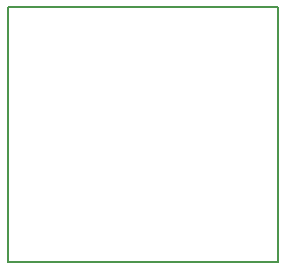
<source format=gbr>
G04 #@! TF.FileFunction,Profile,NP*
%FSLAX46Y46*%
G04 Gerber Fmt 4.6, Leading zero omitted, Abs format (unit mm)*
G04 Created by KiCad (PCBNEW 4.0.7) date 01/25/19 00:07:42*
%MOMM*%
%LPD*%
G01*
G04 APERTURE LIST*
%ADD10C,0.100000*%
%ADD11C,0.150000*%
G04 APERTURE END LIST*
D10*
D11*
X161290000Y-82550000D02*
X138430000Y-82550000D01*
X161290000Y-104140000D02*
X161290000Y-82550000D01*
X138430000Y-104140000D02*
X161290000Y-104140000D01*
X138430000Y-82550000D02*
X138430000Y-104140000D01*
M02*

</source>
